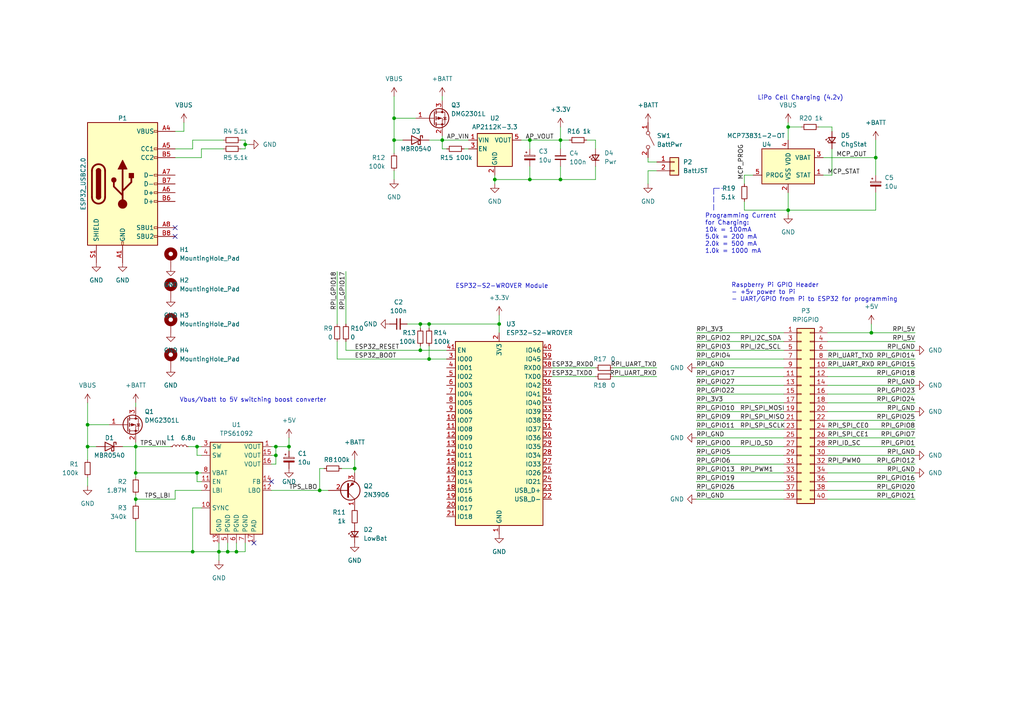
<source format=kicad_sch>
(kicad_sch (version 20211123) (generator eeschema)
  (paper "A4")
  (title_block (title "r00tkit version 3.0") (date "2023-03-19") (rev "3.0"))
  (lib_symbols
    (symbol "Battery_Management:MCP73831-2-OT" (pin_names (offset 1.016))
      (property "Reference" "U" (at -7.62 6.35 0))
      (property "Value" "MCP73831-2-OT" (at 1.27 6.35 0))
      (symbol "MCP73831-2-OT_1_1"
        (pin output line (at 10.16 -2.54 180) (length 2.54) (name "STAT") (number "1"))
        (pin power_in line (at 0 -7.62 90) (length 2.54) (name "VSS") (number "2"))
        (pin power_out line (at 10.16 2.54 180) (length 2.54) (name "VBAT") (number "3"))
        (pin power_in line (at 0 7.62 270) (length 2.54) (name "VDD") (number "4"))
        (pin input line (at -10.16 -2.54 0) (length 2.54) (name "PROG") (number "5"))
      )
    )
    (symbol "Connector:USB_C_Receptacle_USB2.0" (pin_names (offset 1.016))
      (property "Reference" "J" (at -10.16 19.05 0))
      (property "Value" "USB_C_Receptacle_USB2.0" (at 19.05 19.05 0))
      (symbol "USB_C_Receptacle_USB2.0_1_1"
        (pin passive line (at 0 -22.86 90) (length 5.08) (name "GND") (number "A1"))
        (pin passive line (at 0 -22.86 90) (length 5.08) hide (name "GND") (number "A12"))
        (pin passive line (at 15.24 15.24 180) (length 5.08) (name "VBUS") (number "A4"))
        (pin bidirectional line (at 15.24 10.16 180) (length 5.08) (name "CC1") (number "A5"))
        (pin bidirectional line (at 15.24 -2.54 180) (length 5.08) (name "D+") (number "A6"))
        (pin bidirectional line (at 15.24 2.54 180) (length 5.08) (name "D-") (number "A7"))
        (pin bidirectional line (at 15.24 -12.7 180) (length 5.08) (name "SBU1") (number "A8"))
        (pin passive line (at 15.24 15.24 180) (length 5.08) hide (name "VBUS") (number "A9"))
        (pin passive line (at 0 -22.86 90) (length 5.08) hide (name "GND") (number "B1"))
        (pin passive line (at 0 -22.86 90) (length 5.08) hide (name "GND") (number "B12"))
        (pin passive line (at 15.24 15.24 180) (length 5.08) hide (name "VBUS") (number "B4"))
        (pin bidirectional line (at 15.24 7.62 180) (length 5.08) (name "CC2") (number "B5"))
        (pin bidirectional line (at 15.24 -5.08 180) (length 5.08) (name "D+") (number "B6"))
        (pin bidirectional line (at 15.24 0 180) (length 5.08) (name "D-") (number "B7"))
        (pin bidirectional line (at 15.24 -15.24 180) (length 5.08) (name "SBU2") (number "B8"))
        (pin passive line (at 15.24 15.24 180) (length 5.08) hide (name "VBUS") (number "B9"))
        (pin passive line (at -7.62 -22.86 90) (length 5.08) (name "SHIELD") (number "S1"))
      )
    )
    (symbol "Connector_Generic:Conn_01x02" (pin_names (offset 1.016) hide)
      (property "Reference" "J" (at 0 2.54 0))
      (property "Value" "Conn_01x02" (at 0 -5.08 0))
      (symbol "Conn_01x02_1_1"
        (pin passive line (at -5.08 0 0) (length 3.81) (name "Pin_1") (number "1"))
        (pin passive line (at -5.08 -2.54 0) (length 3.81) (name "Pin_2") (number "2"))
      )
    )
    (symbol "Connector_Generic:Conn_02x20_Odd_Even" (pin_names (offset 1.016) hide)
      (property "Reference" "J" (at 1.27 25.4 0))
      (property "Value" "Conn_02x20_Odd_Even" (at 1.27 -27.94 0))
      (symbol "Conn_02x20_Odd_Even_1_1"
        (pin passive line (at -5.08 22.86 0) (length 3.81) (name "Pin_1") (number "1"))
        (pin passive line (at 7.62 12.7 180) (length 3.81) (name "Pin_10") (number "10"))
        (pin passive line (at -5.08 10.16 0) (length 3.81) (name "Pin_11") (number "11"))
        (pin passive line (at 7.62 10.16 180) (length 3.81) (name "Pin_12") (number "12"))
        (pin passive line (at -5.08 7.62 0) (length 3.81) (name "Pin_13") (number "13"))
        (pin passive line (at 7.62 7.62 180) (length 3.81) (name "Pin_14") (number "14"))
        (pin passive line (at -5.08 5.08 0) (length 3.81) (name "Pin_15") (number "15"))
        (pin passive line (at 7.62 5.08 180) (length 3.81) (name "Pin_16") (number "16"))
        (pin passive line (at -5.08 2.54 0) (length 3.81) (name "Pin_17") (number "17"))
        (pin passive line (at 7.62 2.54 180) (length 3.81) (name "Pin_18") (number "18"))
        (pin passive line (at -5.08 0 0) (length 3.81) (name "Pin_19") (number "19"))
        (pin passive line (at 7.62 22.86 180) (length 3.81) (name "Pin_2") (number "2"))
        (pin passive line (at 7.62 0 180) (length 3.81) (name "Pin_20") (number "20"))
        (pin passive line (at -5.08 -2.54 0) (length 3.81) (name "Pin_21") (number "21"))
        (pin passive line (at 7.62 -2.54 180) (length 3.81) (name "Pin_22") (number "22"))
        (pin passive line (at -5.08 -5.08 0) (length 3.81) (name "Pin_23") (number "23"))
        (pin passive line (at 7.62 -5.08 180) (length 3.81) (name "Pin_24") (number "24"))
        (pin passive line (at -5.08 -7.62 0) (length 3.81) (name "Pin_25") (number "25"))
        (pin passive line (at 7.62 -7.62 180) (length 3.81) (name "Pin_26") (number "26"))
        (pin passive line (at -5.08 -10.16 0) (length 3.81) (name "Pin_27") (number "27"))
        (pin passive line (at 7.62 -10.16 180) (length 3.81) (name "Pin_28") (number "28"))
        (pin passive line (at -5.08 -12.7 0) (length 3.81) (name "Pin_29") (number "29"))
        (pin passive line (at -5.08 20.32 0) (length 3.81) (name "Pin_3") (number "3"))
        (pin passive line (at 7.62 -12.7 180) (length 3.81) (name "Pin_30") (number "30"))
        (pin passive line (at -5.08 -15.24 0) (length 3.81) (name "Pin_31") (number "31"))
        (pin passive line (at 7.62 -15.24 180) (length 3.81) (name "Pin_32") (number "32"))
        (pin passive line (at -5.08 -17.78 0) (length 3.81) (name "Pin_33") (number "33"))
        (pin passive line (at 7.62 -17.78 180) (length 3.81) (name "Pin_34") (number "34"))
        (pin passive line (at -5.08 -20.32 0) (length 3.81) (name "Pin_35") (number "35"))
        (pin passive line (at 7.62 -20.32 180) (length 3.81) (name "Pin_36") (number "36"))
        (pin passive line (at -5.08 -22.86 0) (length 3.81) (name "Pin_37") (number "37"))
        (pin passive line (at 7.62 -22.86 180) (length 3.81) (name "Pin_38") (number "38"))
        (pin passive line (at -5.08 -25.4 0) (length 3.81) (name "Pin_39") (number "39"))
        (pin passive line (at 7.62 20.32 180) (length 3.81) (name "Pin_4") (number "4"))
        (pin passive line (at 7.62 -25.4 180) (length 3.81) (name "Pin_40") (number "40"))
        (pin passive line (at -5.08 17.78 0) (length 3.81) (name "Pin_5") (number "5"))
        (pin passive line (at 7.62 17.78 180) (length 3.81) (name "Pin_6") (number "6"))
        (pin passive line (at -5.08 15.24 0) (length 3.81) (name "Pin_7") (number "7"))
        (pin passive line (at 7.62 15.24 180) (length 3.81) (name "Pin_8") (number "8"))
        (pin passive line (at -5.08 12.7 0) (length 3.81) (name "Pin_9") (number "9"))
      )
    )
    (symbol "Device:C_Polarized_Small" (pin_numbers hide) (pin_names (offset 0.254) hide)
      (property "Reference" "C" (at 0.254 1.778 0))
      (property "Value" "C_Polarized_Small" (at 0.254 -2.032 0))
      (symbol "C_Polarized_Small_1_1"
        (pin passive line (at 0 2.54 270) (length 1.8542) (name "~") (number "1"))
        (pin passive line (at 0 -2.54 90) (length 1.8542) (name "~") (number "2"))
      )
    )
    (symbol "Device:C_Small" (pin_numbers hide) (pin_names (offset 0.254) hide)
      (property "Reference" "C" (at 0.254 1.778 0))
      (property "Value" "C_Small" (at 0.254 -2.032 0))
      (symbol "C_Small_1_1"
        (pin passive line (at 0 2.54 270) (length 2.032) (name "~") (number "1"))
        (pin passive line (at 0 -2.54 90) (length 2.032) (name "~") (number "2"))
      )
    )
    (symbol "Device:LED_Small" (pin_numbers hide) (pin_names (offset 0.254) hide)
      (property "Reference" "D" (at -1.27 3.175 0))
      (property "Value" "LED_Small" (at -4.445 -2.54 0))
      (symbol "LED_Small_1_1"
        (pin passive line (at -2.54 0 0) (length 1.778) (name "K") (number "1"))
        (pin passive line (at 2.54 0 180) (length 1.778) (name "A") (number "2"))
      )
    )
    (symbol "Device:L_Small" (pin_numbers hide) (pin_names (offset 0.254) hide)
      (property "Reference" "L" (at 0.762 1.016 0))
      (property "Value" "L_Small" (at 0.762 -1.016 0))
      (symbol "L_Small_1_1"
        (pin passive line (at 0 2.54 270) (length 0.508) (name "~") (number "1"))
        (pin passive line (at 0 -2.54 90) (length 0.508) (name "~") (number "2"))
      )
    )
    (symbol "Device:Q_PNP_CBE" (pin_names (offset 0) hide)
      (property "Reference" "Q" (at 5.08 1.27 0))
      (property "Value" "Q_PNP_CBE" (at 5.08 -1.27 0))
      (symbol "Q_PNP_CBE_1_1"
        (pin passive line (at 2.54 5.08 270) (length 2.54) (name "C") (number "1"))
        (pin input line (at -5.08 0 0) (length 5.715) (name "B") (number "2"))
        (pin passive line (at 2.54 -5.08 90) (length 2.54) (name "E") (number "3"))
      )
    )
    (symbol "Device:R_Small" (pin_numbers hide) (pin_names (offset 0.254) hide)
      (property "Reference" "R" (at 0.762 0.508 0))
      (property "Value" "R_Small" (at 0.762 -1.016 0))
      (symbol "R_Small_1_1"
        (pin passive line (at 0 2.54 270) (length 0.762) (name "~") (number "1"))
        (pin passive line (at 0 -2.54 90) (length 0.762) (name "~") (number "2"))
      )
    )
    (symbol "Diode:MBR0540" (pin_numbers hide) (pin_names (offset 1.016) hide)
      (property "Reference" "D" (at 0 2.54 0))
      (property "Value" "MBR0540" (at 0 -2.54 0))
      (symbol "MBR0540_1_1"
        (pin passive line (at -3.81 0 0) (length 2.54) (name "K") (number "1"))
        (pin passive line (at 3.81 0 180) (length 2.54) (name "A") (number "2"))
      )
    )
    (symbol "GND_1" (power) (pin_names (offset 0))
      (property "Value" "GND_1" (at 0 -3.81 0))
      (symbol "GND_1_1_1"
        (pin power_in line (at 0 0 270) (length 0) hide (name "GND") (number "1"))
      )
    )
    (symbol "GND_2" (power) (pin_names (offset 0))
      (property "Value" "GND_2" (at 0 -3.81 0))
      (symbol "GND_2_1_1"
        (pin power_in line (at 0 0 270) (length 0) hide (name "GND") (number "1"))
      )
    )
    (symbol "GND_3" (power) (pin_names (offset 0))
      (property "Value" "GND_3" (at 0 -3.81 0))
      (symbol "GND_3_1_1"
        (pin power_in line (at 0 0 270) (length 0) hide (name "GND") (number "1"))
      )
    )
    (symbol "GND_4" (power) (pin_names (offset 0))
      (property "Value" "GND_4" (at 0 -3.81 0))
      (symbol "GND_4_1_1"
        (pin power_in line (at 0 0 270) (length 0) hide (name "GND") (number "1"))
      )
    )
    (symbol "Mechanical:MountingHole_Pad" (pin_numbers hide) (pin_names (offset 1.016) hide)
      (property "Reference" "H" (at 0 6.35 0))
      (property "Value" "MountingHole_Pad" (at 0 4.445 0))
      (symbol "MountingHole_Pad_1_1"
        (pin input line (at 0 -2.54 90) (length 2.54) (name "1") (number "1"))
      )
    )
    (symbol "RF_Module:ESP32-S2-WROVER"
      (property "Reference" "U" (at -12.7 29.21 0))
      (property "Value" "ESP32-S2-WROVER" (at 2.54 29.21 0))
      (symbol "ESP32-S2-WROVER_1_1"
        (pin power_in line (at 0 -27.94 90) (length 2.54) (name "GND") (number "1"))
        (pin bidirectional line (at -15.24 5.08 0) (length 2.54) (name "IO07") (number "10"))
        (pin bidirectional line (at -15.24 2.54 0) (length 2.54) (name "IO08") (number "11"))
        (pin bidirectional line (at -15.24 0 0) (length 2.54) (name "IO09") (number "12"))
        (pin bidirectional line (at -15.24 -2.54 0) (length 2.54) (name "IO10") (number "13"))
        (pin bidirectional line (at -15.24 -5.08 0) (length 2.54) (name "IO11") (number "14"))
        (pin bidirectional line (at -15.24 -7.62 0) (length 2.54) (name "IO12") (number "15"))
        (pin bidirectional line (at -15.24 -10.16 0) (length 2.54) (name "IO13") (number "16"))
        (pin bidirectional line (at -15.24 -12.7 0) (length 2.54) (name "IO14") (number "17"))
        (pin bidirectional line (at -15.24 -15.24 0) (length 2.54) (name "IO15") (number "18"))
        (pin bidirectional line (at -15.24 -17.78 0) (length 2.54) (name "IO16") (number "19"))
        (pin power_in line (at 0 30.48 270) (length 2.54) (name "3V3") (number "2"))
        (pin bidirectional line (at -15.24 -20.32 0) (length 2.54) (name "IO17") (number "20"))
        (pin bidirectional line (at -15.24 -22.86 0) (length 2.54) (name "IO18") (number "21"))
        (pin bidirectional line (at 15.24 -17.78 180) (length 2.54) (name "USB_D-") (number "22"))
        (pin bidirectional line (at 15.24 -15.24 180) (length 2.54) (name "USB_D+") (number "23"))
        (pin bidirectional line (at 15.24 -12.7 180) (length 2.54) (name "IO21") (number "24"))
        (pin bidirectional line (at 15.24 -10.16 180) (length 2.54) (name "IO26") (number "25"))
        (pin passive line (at 0 -27.94 90) (length 2.54) hide (name "GND") (number "26"))
        (pin bidirectional line (at 15.24 -7.62 180) (length 2.54) (name "IO33") (number "27"))
        (pin bidirectional line (at 15.24 -5.08 180) (length 2.54) (name "IO34") (number "28"))
        (pin bidirectional line (at 15.24 -2.54 180) (length 2.54) (name "IO35") (number "29"))
        (pin bidirectional line (at -15.24 22.86 0) (length 2.54) (name "IO00") (number "3"))
        (pin bidirectional line (at 15.24 0 180) (length 2.54) (name "IO36") (number "30"))
        (pin bidirectional line (at 15.24 2.54 180) (length 2.54) (name "IO37") (number "31"))
        (pin bidirectional line (at 15.24 5.08 180) (length 2.54) (name "IO38") (number "32"))
        (pin bidirectional line (at 15.24 7.62 180) (length 2.54) (name "IO39") (number "33"))
        (pin bidirectional line (at 15.24 10.16 180) (length 2.54) (name "IO40") (number "34"))
        (pin bidirectional line (at 15.24 12.7 180) (length 2.54) (name "IO41") (number "35"))
        (pin bidirectional line (at 15.24 15.24 180) (length 2.54) (name "IO42") (number "36"))
        (pin bidirectional line (at 15.24 17.78 180) (length 2.54) (name "TXD0") (number "37"))
        (pin bidirectional line (at 15.24 20.32 180) (length 2.54) (name "RXD0") (number "38"))
        (pin bidirectional line (at 15.24 22.86 180) (length 2.54) (name "IO45") (number "39"))
        (pin bidirectional line (at -15.24 20.32 0) (length 2.54) (name "IO01") (number "4"))
        (pin input line (at 15.24 25.4 180) (length 2.54) (name "IO46") (number "40"))
        (pin input line (at -15.24 25.4 0) (length 2.54) (name "EN") (number "41"))
        (pin passive line (at 0 -27.94 90) (length 2.54) hide (name "GND") (number "42"))
        (pin passive line (at 0 -27.94 90) (length 2.54) hide (name "GND") (number "43"))
        (pin bidirectional line (at -15.24 17.78 0) (length 2.54) (name "IO02") (number "5"))
        (pin bidirectional line (at -15.24 15.24 0) (length 2.54) (name "IO03") (number "6"))
        (pin bidirectional line (at -15.24 12.7 0) (length 2.54) (name "IO04") (number "7"))
        (pin bidirectional line (at -15.24 10.16 0) (length 2.54) (name "IO05") (number "8"))
        (pin bidirectional line (at -15.24 7.62 0) (length 2.54) (name "IO06") (number "9"))
      )
    )
    (symbol "Regulator_Linear:AP2112K-3.3" (pin_names (offset 0.254))
      (property "Reference" "U" (at -5.08 5.715 0))
      (property "Value" "AP2112K-3.3" (at 0 5.715 0))
      (symbol "AP2112K-3.3_1_1"
        (pin power_in line (at -7.62 2.54 0) (length 2.54) (name "VIN") (number "1"))
        (pin power_in line (at 0 -7.62 90) (length 2.54) (name "GND") (number "2"))
        (pin input line (at -7.62 0 0) (length 2.54) (name "EN") (number "3"))
        (pin no_connect line (at 5.08 0 180) (length 2.54) hide (name "NC") (number "4"))
        (pin power_out line (at 7.62 2.54 180) (length 2.54) (name "VOUT") (number "5"))
      )
    )
    (symbol "Regulator_Switching:TPS61092"
      (property "Reference" "U" (at -7.62 15.24 0))
      (property "Value" "TPS61092" (at 1.27 15.24 0))
      (symbol "TPS61092_0_0"
        (pin power_out line (at 10.16 12.7 180) (length 2.54) (name "VOUT") (number "1"))
        (pin input line (at -10.16 -5.08 0) (length 2.54) (name "SYNC") (number "10"))
        (pin input line (at -10.16 2.54 0) (length 2.54) (name "EN") (number "11"))
        (pin open_collector line (at 10.16 0 180) (length 2.54) (name "LBO") (number "12"))
        (pin power_in line (at -5.08 -15.24 90) (length 2.54) (name "GND") (number "13"))
        (pin input line (at 10.16 2.54 180) (length 2.54) (name "FB") (number "14"))
        (pin passive line (at 10.16 10.16 180) (length 2.54) (name "VOUT") (number "15"))
        (pin passive line (at 10.16 7.62 180) (length 2.54) (name "VOUT") (number "16"))
        (pin power_in line (at 5.08 -15.24 90) (length 2.54) (name "PAD") (number "17"))
        (pin no_connect line (at 10.16 -5.08 180) (length 2.54) hide (name "NC") (number "2"))
        (pin passive line (at -10.16 12.7 0) (length 2.54) (name "SW") (number "3"))
        (pin passive line (at -10.16 10.16 0) (length 2.54) (name "SW") (number "4"))
        (pin power_in line (at -2.54 -15.24 90) (length 2.54) (name "PGND") (number "5"))
        (pin power_in line (at 0 -15.24 90) (length 2.54) (name "PGND") (number "6"))
        (pin power_in line (at 2.54 -15.24 90) (length 2.54) (name "PGND") (number "7"))
        (pin power_in line (at -10.16 5.08 0) (length 2.54) (name "VBAT") (number "8"))
        (pin input line (at -10.16 0 0) (length 2.54) (name "LBI") (number "9"))
      )
    )
    (symbol "Switch:SW_SPST" (pin_names (offset 0) hide)
      (property "Reference" "SW" (at 0 3.175 0))
      (property "Value" "SW_SPST" (at 0 -2.54 0))
      (symbol "SW_SPST_1_1"
        (pin passive line (at -5.08 0 0) (length 2.54) (name "A") (number "1"))
        (pin passive line (at 5.08 0 180) (length 2.54) (name "B") (number "2"))
      )
    )
    (symbol "Transistor_FET:DMG2301L" (pin_names hide)
      (property "Reference" "Q" (at 5.08 1.905 0))
      (property "Value" "DMG2301L" (at 5.08 0 0))
      (symbol "DMG2301L_1_1"
        (pin input line (at -5.08 0 0) (length 2.54) (name "G") (number "1"))
        (pin passive line (at 2.54 -5.08 90) (length 2.54) (name "S") (number "2"))
        (pin passive line (at 2.54 5.08 270) (length 2.54) (name "D") (number "3"))
      )
    )
    (symbol "power:+3.3V" (power) (pin_names (offset 0))
      (property "Value" "+3.3V" (at 0 3.556 0))
      (symbol "+3.3V_1_1"
        (pin power_in line (at 0 0 90) (length 0) hide (name "+3.3V") (number "1"))
      )
    )
    (symbol "power:+5V" (power) (pin_names (offset 0))
      (property "Value" "+5V" (at 0 3.556 0))
      (symbol "+5V_1_1"
        (pin power_in line (at 0 0 90) (length 0) hide (name "+5V") (number "1"))
      )
    )
    (symbol "power:+BATT" (power) (pin_names (offset 0))
      (property "Value" "+BATT" (at 0 3.556 0))
      (symbol "+BATT_1_1"
        (pin power_in line (at 0 0 90) (length 0) hide (name "+BATT") (number "1"))
      )
    )
    (symbol "power:GND" (power) (pin_names (offset 0))
      (property "Value" "GND" (at 0 -3.81 0))
      (symbol "GND_1_1"
        (pin power_in line (at 0 0 270) (length 0) hide (name "GND") (number "1"))
      )
    )
    (symbol "power:VBUS" (power) (pin_names (offset 0))
      (property "Value" "VBUS" (at 0 3.81 0))
      (symbol "VBUS_1_1"
        (pin power_in line (at 0 0 90) (length 0) hide (name "VBUS") (number "1"))
      )
    )
  )
  (junction (at 114.3 40.64))
  (junction (at 254 45.72))
  (junction (at 144.78 93.98))
  (junction (at 80.01 129.54))
  (junction (at 68.58 160.02))
  (junction (at 39.37 137.16))
  (junction (at 71.12 41.91))
  (junction (at 39.37 144.78))
  (junction (at 63.5 160.02))
  (junction (at 102.87 135.89))
  (junction (at 57.15 137.16))
  (junction (at 128.27 40.64))
  (junction (at 162.56 40.64))
  (junction (at 228.6 60.96))
  (junction (at 25.4 129.54))
  (junction (at 153.67 52.07))
  (junction (at 121.92 101.6))
  (junction (at 57.15 129.54))
  (junction (at 66.04 160.02))
  (junction (at 83.82 129.54))
  (junction (at 162.56 52.07))
  (junction (at 114.3 34.29))
  (junction (at 124.46 104.14))
  (junction (at 39.37 129.54))
  (junction (at 252.73 96.52))
  (junction (at 92.71 142.24))
  (junction (at 153.67 40.64))
  (junction (at 124.46 93.98))
  (junction (at 143.51 52.07))
  (junction (at 25.4 123.19))
  (junction (at 55.88 160.02))
  (junction (at 121.92 93.98))
  (junction (at 228.6 36.83))
  (junction (at 80.01 132.08))
  (no_connect (at 50.8 68.58))
  (no_connect (at 50.8 66.04))
  (no_connect (at 73.66 157.48))
  (no_connect (at 78.74 139.7))
  (wire (pts (xy 58.42 132.08) (xy 57.15 132.08)))
  (wire (pts (xy 201.93 109.22) (xy 227.33 109.22)))
  (wire (pts (xy 55.88 147.32) (xy 58.42 147.32)))
  (wire (pts (xy 63.5 160.02) (xy 55.88 160.02)))
  (wire (pts (xy 25.4 123.19) (xy 25.4 129.54)))
  (wire (pts (xy 57.15 139.7) (xy 57.15 137.16)))
  (wire (pts (xy 201.93 121.92) (xy 227.33 121.92)))
  (wire (pts (xy 128.27 39.37) (xy 128.27 40.64)))
  (wire (pts (xy 55.88 160.02) (xy 55.88 147.32)))
  (wire (pts (xy 240.03 137.16) (xy 265.43 137.16)))
  (wire (pts (xy 114.3 49.53) (xy 114.3 52.07)))
  (wire (pts (xy 114.3 40.64) (xy 114.3 44.45)))
  (wire (pts (xy 160.02 109.22) (xy 172.72 109.22)))
  (wire (pts (xy 172.72 40.64) (xy 172.72 43.18)))
  (wire (pts (xy 240.03 99.06) (xy 265.43 99.06)))
  (wire (pts (xy 254 60.96) (xy 228.6 60.96)))
  (wire (pts (xy 124.46 100.33) (xy 124.46 104.14)))
  (wire (pts (xy 201.93 139.7) (xy 227.33 139.7)))
  (wire (pts (xy 201.93 142.24) (xy 227.33 142.24)))
  (wire (pts (xy 162.56 48.26) (xy 162.56 52.07)))
  (wire (pts (xy 55.88 40.64) (xy 55.88 43.18)))
  (wire (pts (xy 240.03 116.84) (xy 265.43 116.84)))
  (wire (pts (xy 201.93 119.38) (xy 227.33 119.38)))
  (wire (pts (xy 128.27 40.64) (xy 124.46 40.64)))
  (wire (pts (xy 201.93 96.52) (xy 227.33 96.52)))
  (wire (pts (xy 121.92 93.98) (xy 124.46 93.98)))
  (wire (pts (xy 162.56 36.83) (xy 162.56 40.64)))
  (wire (pts (xy 39.37 116.84) (xy 39.37 118.11)))
  (wire (pts (xy 144.78 91.44) (xy 144.78 93.98)))
  (wire (pts (xy 240.03 101.6) (xy 265.43 101.6)))
  (wire (pts (xy 25.4 138.43) (xy 25.4 140.97)))
  (wire (pts (xy 39.37 144.78) (xy 39.37 143.51)))
  (wire (pts (xy 78.74 142.24) (xy 92.71 142.24)))
  (wire (pts (xy 66.04 160.02) (xy 63.5 160.02)))
  (wire (pts (xy 71.12 157.48) (xy 71.12 160.02)))
  (wire (pts (xy 153.67 48.26) (xy 153.67 52.07)))
  (wire (pts (xy 71.12 40.64) (xy 71.12 41.91)))
  (wire (pts (xy 25.4 129.54) (xy 25.4 133.35)))
  (wire (pts (xy 39.37 128.27) (xy 39.37 129.54)))
  (wire (pts (xy 124.46 93.98) (xy 144.78 93.98)))
  (wire (pts (xy 144.78 93.98) (xy 144.78 96.52)))
  (wire (pts (xy 71.12 41.91) (xy 72.39 41.91)))
  (wire (pts (xy 53.34 38.1) (xy 53.34 35.56)))
  (wire (pts (xy 57.15 129.54) (xy 58.42 129.54)))
  (wire (pts (xy 54.61 129.54) (xy 57.15 129.54)))
  (wire (pts (xy 124.46 93.98) (xy 124.46 95.25)))
  (wire (pts (xy 240.03 106.68) (xy 265.43 106.68)))
  (wire (pts (xy 50.8 38.1) (xy 53.34 38.1)))
  (wire (pts (xy 240.03 144.78) (xy 265.43 144.78)))
  (wire (pts (xy 121.92 100.33) (xy 121.92 101.6)))
  (wire (pts (xy 201.93 127) (xy 227.33 127)))
  (wire (pts (xy 215.9 58.42) (xy 215.9 60.96)))
  (wire (pts (xy 100.33 78.74) (xy 100.33 93.98)))
  (polyline (pts (xy 207.01 54.61) (xy 209.55 54.61)))
  (wire (pts (xy 68.58 157.48) (xy 68.58 160.02)))
  (wire (pts (xy 201.93 132.08) (xy 227.33 132.08)))
  (wire (pts (xy 97.79 104.14) (xy 97.79 99.06)))
  (wire (pts (xy 97.79 78.74) (xy 97.79 93.98)))
  (wire (pts (xy 114.3 34.29) (xy 120.65 34.29)))
  (wire (pts (xy 177.8 106.68) (xy 190.5 106.68)))
  (wire (pts (xy 252.73 93.98) (xy 252.73 96.52)))
  (wire (pts (xy 201.93 137.16) (xy 227.33 137.16)))
  (wire (pts (xy 240.03 109.22) (xy 265.43 109.22)))
  (wire (pts (xy 240.03 124.46) (xy 265.43 124.46)))
  (wire (pts (xy 25.4 129.54) (xy 27.94 129.54)))
  (wire (pts (xy 121.92 101.6) (xy 129.54 101.6)))
  (wire (pts (xy 100.33 99.06) (xy 100.33 101.6)))
  (wire (pts (xy 153.67 40.64) (xy 153.67 43.18)))
  (wire (pts (xy 162.56 40.64) (xy 165.1 40.64)))
  (wire (pts (xy 25.4 123.19) (xy 31.75 123.19)))
  (wire (pts (xy 215.9 50.8) (xy 215.9 53.34)))
  (wire (pts (xy 66.04 157.48) (xy 66.04 160.02)))
  (wire (pts (xy 201.93 124.46) (xy 227.33 124.46)))
  (wire (pts (xy 241.3 36.83) (xy 241.3 38.1)))
  (wire (pts (xy 50.8 142.24) (xy 50.8 144.78)))
  (wire (pts (xy 100.33 101.6) (xy 121.92 101.6)))
  (wire (pts (xy 240.03 127) (xy 265.43 127)))
  (wire (pts (xy 241.3 43.18) (xy 241.3 50.8)))
  (wire (pts (xy 69.85 43.18) (xy 71.12 43.18)))
  (wire (pts (xy 114.3 34.29) (xy 114.3 40.64)))
  (wire (pts (xy 254 55.88) (xy 254 60.96)))
  (wire (pts (xy 254 40.64) (xy 254 45.72)))
  (wire (pts (xy 58.42 139.7) (xy 57.15 139.7)))
  (wire (pts (xy 218.44 50.8) (xy 215.9 50.8)))
  (wire (pts (xy 134.62 43.18) (xy 135.89 43.18)))
  (wire (pts (xy 71.12 160.02) (xy 68.58 160.02)))
  (wire (pts (xy 201.93 111.76) (xy 227.33 111.76)))
  (wire (pts (xy 78.74 132.08) (xy 80.01 132.08)))
  (wire (pts (xy 240.03 119.38) (xy 265.43 119.38)))
  (wire (pts (xy 71.12 43.18) (xy 71.12 41.91)))
  (wire (pts (xy 240.03 139.7) (xy 265.43 139.7)))
  (wire (pts (xy 162.56 52.07) (xy 153.67 52.07)))
  (wire (pts (xy 201.93 116.84) (xy 227.33 116.84)))
  (wire (pts (xy 160.02 106.68) (xy 172.72 106.68)))
  (wire (pts (xy 114.3 27.94) (xy 114.3 34.29)))
  (wire (pts (xy 240.03 132.08) (xy 265.43 132.08)))
  (wire (pts (xy 177.8 109.22) (xy 190.5 109.22)))
  (wire (pts (xy 114.3 40.64) (xy 116.84 40.64)))
  (wire (pts (xy 240.03 111.76) (xy 265.43 111.76)))
  (wire (pts (xy 58.42 142.24) (xy 50.8 142.24)))
  (wire (pts (xy 201.93 99.06) (xy 227.33 99.06)))
  (wire (pts (xy 201.93 129.54) (xy 227.33 129.54)))
  (wire (pts (xy 187.96 45.72) (xy 187.96 46.99)))
  (wire (pts (xy 228.6 36.83) (xy 232.41 36.83)))
  (wire (pts (xy 57.15 137.16) (xy 39.37 137.16)))
  (wire (pts (xy 128.27 40.64) (xy 135.89 40.64)))
  (wire (pts (xy 240.03 121.92) (xy 265.43 121.92)))
  (wire (pts (xy 58.42 45.72) (xy 58.42 43.18)))
  (wire (pts (xy 55.88 43.18) (xy 50.8 43.18)))
  (wire (pts (xy 241.3 50.8) (xy 238.76 50.8)))
  (wire (pts (xy 25.4 116.84) (xy 25.4 123.19)))
  (wire (pts (xy 254 45.72) (xy 254 50.8)))
  (wire (pts (xy 93.98 135.89) (xy 92.71 135.89)))
  (wire (pts (xy 228.6 35.56) (xy 228.6 36.83)))
  (wire (pts (xy 80.01 132.08) (xy 80.01 129.54)))
  (wire (pts (xy 83.82 127) (xy 83.82 129.54)))
  (wire (pts (xy 63.5 160.02) (xy 63.5 162.56)))
  (wire (pts (xy 128.27 43.18) (xy 128.27 40.64)))
  (wire (pts (xy 124.46 104.14) (xy 129.54 104.14)))
  (wire (pts (xy 92.71 142.24) (xy 95.25 142.24)))
  (wire (pts (xy 63.5 157.48) (xy 63.5 160.02)))
  (wire (pts (xy 78.74 129.54) (xy 80.01 129.54)))
  (wire (pts (xy 97.79 104.14) (xy 124.46 104.14)))
  (wire (pts (xy 80.01 129.54) (xy 83.82 129.54)))
  (wire (pts (xy 57.15 132.08) (xy 57.15 129.54)))
  (wire (pts (xy 92.71 135.89) (xy 92.71 142.24)))
  (wire (pts (xy 102.87 133.35) (xy 102.87 135.89)))
  (wire (pts (xy 228.6 55.88) (xy 228.6 60.96)))
  (wire (pts (xy 240.03 104.14) (xy 265.43 104.14)))
  (wire (pts (xy 39.37 137.16) (xy 39.37 138.43)))
  (wire (pts (xy 238.76 45.72) (xy 254 45.72)))
  (wire (pts (xy 190.5 46.99) (xy 187.96 46.99)))
  (wire (pts (xy 162.56 40.64) (xy 162.56 43.18)))
  (wire (pts (xy 151.13 40.64) (xy 153.67 40.64)))
  (wire (pts (xy 240.03 134.62) (xy 265.43 134.62)))
  (wire (pts (xy 228.6 36.83) (xy 228.6 40.64)))
  (polyline (pts (xy 207.01 60.96) (xy 207.01 54.61)))
  (wire (pts (xy 153.67 52.07) (xy 143.51 52.07)))
  (wire (pts (xy 172.72 48.26) (xy 172.72 52.07)))
  (wire (pts (xy 64.77 40.64) (xy 55.88 40.64)))
  (wire (pts (xy 99.06 135.89) (xy 102.87 135.89)))
  (wire (pts (xy 215.9 60.96) (xy 228.6 60.96)))
  (wire (pts (xy 201.93 104.14) (xy 227.33 104.14)))
  (wire (pts (xy 240.03 142.24) (xy 265.43 142.24)))
  (wire (pts (xy 172.72 52.07) (xy 162.56 52.07)))
  (wire (pts (xy 78.74 134.62) (xy 80.01 134.62)))
  (wire (pts (xy 201.93 144.78) (xy 227.33 144.78)))
  (wire (pts (xy 190.5 49.53) (xy 187.96 49.53)))
  (wire (pts (xy 102.87 135.89) (xy 102.87 137.16)))
  (wire (pts (xy 83.82 129.54) (xy 83.82 130.81)))
  (wire (pts (xy 240.03 129.54) (xy 265.43 129.54)))
  (wire (pts (xy 39.37 144.78) (xy 39.37 146.05)))
  (wire (pts (xy 80.01 134.62) (xy 80.01 132.08)))
  (wire (pts (xy 69.85 40.64) (xy 71.12 40.64)))
  (wire (pts (xy 50.8 45.72) (xy 58.42 45.72)))
  (wire (pts (xy 153.67 40.64) (xy 162.56 40.64)))
  (wire (pts (xy 58.42 137.16) (xy 57.15 137.16)))
  (wire (pts (xy 252.73 96.52) (xy 265.43 96.52)))
  (wire (pts (xy 39.37 151.13) (xy 39.37 160.02)))
  (wire (pts (xy 201.9462 106.68) (xy 227.33 106.68)))
  (wire (pts (xy 201.93 134.62) (xy 227.33 134.62)))
  (wire (pts (xy 39.37 137.16) (xy 39.37 129.54)))
  (wire (pts (xy 143.51 52.07) (xy 143.51 53.34)))
  (wire (pts (xy 170.18 40.64) (xy 172.72 40.64)))
  (wire (pts (xy 50.8 144.78) (xy 39.37 144.78)))
  (wire (pts (xy 187.96 49.53) (xy 187.96 53.34)))
  (wire (pts (xy 143.51 52.07) (xy 143.51 50.8)))
  (wire (pts (xy 237.49 36.83) (xy 241.3 36.83)))
  (wire (pts (xy 228.6 60.96) (xy 228.6 62.23)))
  (wire (pts (xy 39.37 160.02) (xy 55.88 160.02)))
  (wire (pts (xy 39.37 129.54) (xy 35.56 129.54)))
  (wire (pts (xy 201.93 101.6) (xy 227.33 101.6)))
  (wire (pts (xy 240.03 96.52) (xy 252.73 96.52)))
  (wire (pts (xy 240.03 114.3) (xy 265.43 114.3)))
  (wire (pts (xy 58.42 43.18) (xy 64.77 43.18)))
  (wire (pts (xy 118.11 93.98) (xy 121.92 93.98)))
  (wire (pts (xy 68.58 160.02) (xy 66.04 160.02)))
  (wire (pts (xy 128.27 27.94) (xy 128.27 29.21)))
  (wire (pts (xy 121.92 93.98) (xy 121.92 95.25)))
  (wire (pts (xy 39.37 129.54) (xy 49.53 129.54)))
  (wire (pts (xy 129.54 43.18) (xy 128.27 43.18)))
  (wire (pts (xy 201.93 114.3) (xy 227.33 114.3)))
  (text "ESP32-S2-WROVER Module\n" (at 132.08 83.82 0) (effects (font (size 1.27 1.27)) (justify left bottom)))
  (text "LiPo Cell Charging (4.2v)" (at 219.71 29.21 0) (effects (font (size 1.27 1.27)) (justify left bottom)))
  (text "Programming Current \nfor Charging:\n10k = 100mA\n5.0k = 200 mA\n2.0k = 500 mA\n1.0k = 1000 mA" (at 204.47 73.66 0) (effects (font (size 1.27 1.27)) (justify left bottom)))
  (text "Raspberry Pi GPIO Header\n- +5v power to Pi\n- UART/GPIO from Pi to ESP32 for programming\n" (at 212.09 87.63 0) (effects (font (size 1.27 1.27)) (justify left bottom)))
  (text "Vbus/Vbatt to 5V switching boost converter" (at 52.07 116.84 0) (effects (font (size 1.27 1.27)) (justify left bottom)))
  (label "RPI_GPIO18" (at 265.43 109.22 180))
  (label "RPI_I2C_SCL" (at 214.63 101.6 0))
  (label "TPS_LBI" (at 41.91 144.78 0))
  (label "RPI_5V" (at 265.43 96.52 180))
  (label "RPI_UART_RXD" (at 190.5 109.22 180))
  (label "ESP32_TXD0" (at 160.02 109.22 0))
  (label "RPI_SPI_MISO" (at 214.63 121.92 0))
  (label "RPI_GPIO9" (at 201.93 121.92 0))
  (label "RPI_GPIO19" (at 201.93 139.7 0))
  (label "ESP32_RESET" (at 102.87 101.6 0))
  (label "RPI_GPIO4" (at 201.93 104.14 0))
  (label "RPI_GPIO27" (at 201.93 111.76 0))
  (label "RPI_GPIO26" (at 201.93 142.24 0))
  (label "RPI_GND" (at 265.43 101.6 180))
  (label "RPI_GND" (at 265.43 132.08 180))
  (label "RPI_GPIO16" (at 265.43 139.7 180))
  (label "RPI_GPIO1" (at 265.43 129.54 180))
  (label "RPI_PWM0" (at 240.03 134.62 0))
  (label "RPI_GPIO2" (at 201.93 99.06 0))
  (label "RPI_GND" (at 265.43 111.76 180))
  (label "RPI_GPIO22" (at 201.93 114.3 0))
  (label "RPI_GND" (at 265.43 137.16 180))
  (label "RPI_GPIO12" (at 265.43 134.62 180))
  (label "RPI_SPI_SCLK" (at 214.63 124.46 0))
  (label "MCP_STAT" (at 240.03 50.8 0))
  (label "RPI_GPIO14" (at 265.43 104.14 180))
  (label "RPI_ID_SD" (at 214.63 129.54 0))
  (label "MCP_OUT" (at 242.57 45.72 0))
  (label "RPI_SPI_CE1" (at 240.03 127 0))
  (label "RPI_UART_TXD" (at 240.03 104.14 0))
  (label "RPI_GPIO24" (at 265.43 116.84 180))
  (label "RPI_UART_RXD" (at 240.03 106.68 0))
  (label "RPI_GPIO15" (at 265.43 106.68 180))
  (label "RPI_GPIO0" (at 201.93 129.54 0))
  (label "RPI_GPIO11" (at 201.93 124.46 0))
  (label "RPI_ID_SC" (at 240.03 129.54 0))
  (label "RPI_GPIO10" (at 201.93 119.38 0))
  (label "ESP32_BOOT" (at 102.87 104.14 0))
  (label "RPI_GPIO17" (at 100.33 78.74 270))
  (label "RPI_GPIO21" (at 265.43 144.78 180))
  (label "RPI_UART_TXD" (at 190.5 106.68 180))
  (label "RPI_GPIO5" (at 201.93 132.08 0))
  (label "RPI_GPIO3" (at 201.93 101.6 0))
  (label "RPI_GPIO8" (at 265.43 124.46 180))
  (label "RPI_SPI_CE0" (at 240.03 124.46 0))
  (label "RPI_GPIO13" (at 201.93 137.16 0))
  (label "RPI_3V3" (at 201.93 116.84 0))
  (label "MCP_PROG" (at 215.9 52.07 90))
  (label "RPI_GPIO18" (at 97.79 78.74 270))
  (label "RPI_I2C_SDA" (at 214.63 99.06 0))
  (label "RPI_GPIO6" (at 201.93 134.62 0))
  (label "RPI_PWM1" (at 214.63 137.16 0))
  (label "RPI_GND" (at 201.93 106.68 0))
  (label "RPI_5V" (at 265.43 99.06 180))
  (label "RPI_GPIO7" (at 265.43 127 180))
  (label "RPI_GND" (at 201.93 127 0))
  (label "RPI_GPIO20" (at 265.43 142.24 180))
  (label "TPS_LBO" (at 83.82 142.24 0))
  (label "RPI_GND" (at 265.43 119.38 180))
  (label "RPI_SPI_MOSI" (at 214.63 119.38 0))
  (label "RPI_GND" (at 201.93 144.78 0))
  (label "RPI_GPIO25" (at 265.43 121.92 180))
  (label "AP_VOUT" (at 152.4 40.64 0))
  (label "ESP32_RXD0" (at 160.02 106.68 0))
  (label "RPI_GPIO17" (at 201.93 109.22 0))
  (label "TPS_VIN" (at 40.64 129.54 0))
  (label "RPI_3V3" (at 201.93 96.52 0))
  (label "AP_VIN" (at 129.54 40.64 0))
  (label "RPI_GPIO23" (at 265.43 114.3 180))
  (symbol (lib_id "Device:Q_PNP_CBE") (at 100.33 142.24 0) (mirror x) (unit 1)
    (property "Reference" "Q2" (at 105.41 140.9699 0) (effects (justify left)))
    (property "Value" "2N3906" (at 105.41 143.5099 0) (effects (justify left)))
    (property "Footprint" "Package_TO_SOT_SMD:SOT-23" (effects hide))
  )
  (symbol (lib_id "power:GND") (at 228.6 62.23 0) (unit 1)
    (property "Reference" "#PWR027" (effects hide))
    (property "Value" "GND" (at 228.6 67.31 0))
  )
  (symbol (lib_id "Device:R_Small") (at 97.79 96.52 0) (mirror x) (unit 1)
    (property "Reference" "R9" (at 96.52 95.25 0) (effects (justify right)))
    (property "Value" "0" (at 96.52 97.79 0) (effects (justify right)))
    (property "Footprint" "Resistor_SMD:R_1206_3216Metric_Pad1.30x1.75mm_HandSolder" (effects hide))
  )
  (symbol (lib_name "GND_2") (lib_id "power:GND") (at 49.53 86.36 0) (unit 1)
    (property "Reference" "#PWR?" (effects hide))
    (property "Value" "GND" (at 49.53 91.44 0))
  )
  (symbol (lib_id "Device:R_Small") (at 175.26 109.22 90) (unit 1)
    (property "Reference" "R18" (at 173.99 111.76 90))
    (property "Value" "0" (at 177.8 111.76 90))
    (property "Footprint" "Resistor_SMD:R_1206_3216Metric_Pad1.30x1.75mm_HandSolder" (effects hide))
  )
  (symbol (lib_id "Device:C_Small") (at 115.57 93.98 90) (unit 1)
    (property "Reference" "C2" (at 115.5763 87.63 90))
    (property "Value" "100n" (at 115.5763 90.17 90))
    (property "Footprint" "Capacitor_SMD:C_1206_3216Metric_Pad1.33x1.80mm_HandSolder" (effects hide))
  )
  (symbol (lib_id "Device:R_Small") (at 102.87 149.86 0) (mirror x) (unit 1)
    (property "Reference" "R11" (at 100.33 148.5899 0) (effects (justify right)))
    (property "Value" "1k" (at 100.33 151.13 0) (effects (justify right)))
    (property "Footprint" "Resistor_SMD:R_1206_3216Metric_Pad1.30x1.75mm_HandSolder" (effects hide))
  )
  (symbol (lib_id "Device:R_Small") (at 39.37 148.59 0) (mirror x) (unit 1)
    (property "Reference" "R3" (at 36.83 147.3199 0) (effects (justify right)))
    (property "Value" "340k" (at 36.83 149.8599 0) (effects (justify right)))
    (property "Footprint" "Resistor_SMD:R_1206_3216Metric_Pad1.30x1.75mm_HandSolder" (effects hide))
  )
  (symbol (lib_id "power:GND") (at 102.87 157.48 0) (unit 1)
    (property "Reference" "#PWR012" (effects hide))
    (property "Value" "GND" (at 102.87 162.56 0))
  )
  (symbol (lib_id "power:GND") (at 63.5 162.56 0) (unit 1)
    (property "Reference" "#PWR07" (effects hide))
    (property "Value" "GND" (at 63.5 167.64 0))
  )
  (symbol (lib_id "Device:R_Small") (at 96.52 135.89 90) (mirror x) (unit 1)
    (property "Reference" "R8" (at 95.25 133.35 90))
    (property "Value" "100k" (at 99.06 133.35 90))
    (property "Footprint" "Resistor_SMD:R_1206_3216Metric_Pad1.30x1.75mm_HandSolder" (effects hide))
  )
  (symbol (lib_id "power:GND") (at 113.03 93.98 270) (unit 1)
    (property "Reference" "#PWR013" (effects hide))
    (property "Value" "GND" (at 105.41 93.98 90) (effects (justify left)))
  )
  (symbol (lib_id "power:VBUS") (at 53.34 35.56 0) (unit 1)
    (property "Reference" "#PWR06" (effects hide))
    (property "Value" "VBUS" (at 53.34 30.48 0))
  )
  (symbol (lib_id "power:+5V") (at 252.73 93.98 0) (unit 1)
    (property "Reference" "#PWR028" (effects hide))
    (property "Value" "+5V" (at 252.73 88.9 0))
  )
  (symbol (lib_id "power:GND") (at 265.43 137.16 90) (unit 1)
    (property "Reference" "#PWR034" (effects hide))
    (property "Value" "GND" (at 269.24 137.1599 90) (effects (justify right)))
  )
  (symbol (lib_id "Mechanical:MountingHole_Pad") (at 49.53 104.14 0) (unit 1)
    (property "Reference" "H4" (at 52.07 101.5999 0) (effects (justify left)))
    (property "Value" "MountingHole_Pad" (at 52.07 104.1399 0) (effects (justify left)))
    (property "Footprint" "MountingHole:MountingHole_2.2mm_M2_DIN965_Pad" (effects hide))
  )
  (symbol (lib_id "power:GND") (at 187.96 53.34 0) (unit 1)
    (property "Reference" "#PWR022" (effects hide))
    (property "Value" "GND" (at 187.96 58.42 0))
  )
  (symbol (lib_id "power:+BATT") (at 39.37 116.84 0) (unit 1)
    (property "Reference" "#PWR05" (effects hide))
    (property "Value" "+BATT" (at 39.37 111.76 0))
  )
  (symbol (lib_id "Connector_Generic:Conn_01x02") (at 195.58 46.99 0) (unit 1)
    (property "Reference" "P2" (at 198.12 46.9899 0) (effects (justify left)))
    (property "Value" "BattJST" (at 198.12 49.5299 0) (effects (justify left)))
    (property "Footprint" "Connector_JST:JST_GH_BM02B-GHS-TBT_1x02-1MP_P1.25mm_Vertical" (effects hide))
  )
  (symbol (lib_id "power:+BATT") (at 187.96 35.56 0) (unit 1)
    (property "Reference" "#PWR021" (effects hide))
    (property "Value" "+BATT" (at 187.96 30.48 0))
  )
  (symbol (lib_id "power:GND") (at 114.3 52.07 0) (unit 1)
    (property "Reference" "#PWR015" (effects hide))
    (property "Value" "GND" (at 114.3 57.15 0))
  )
  (symbol (lib_id "Transistor_FET:DMG2301L") (at 125.73 34.29 0) (unit 1)
    (property "Reference" "Q3" (at 130.81 30.48 0) (effects (justify left)))
    (property "Value" "DMG2301L" (at 130.81 33.02 0) (effects (justify left)))
    (property "Footprint" "Package_TO_SOT_SMD:SOT-23" (effects hide))
    (property "Datasheet" "https://www.diodes.com/assets/Datasheets/DMG2301L.pdf" (effects hide))
  )
  (symbol (lib_id "Regulator_Linear:AP2112K-3.3") (at 143.51 43.18 0) (unit 1)
    (property "Reference" "U2" (at 143.51 34.29 0))
    (property "Value" "AP2112K-3.3" (at 143.51 36.83 0))
    (property "Footprint" "Package_TO_SOT_SMD:SOT-23-5" (effects hide))
    (property "Datasheet" "https://www.diodes.com/assets/Datasheets/AP2112.pdf" (effects hide))
  )
  (symbol (lib_id "power:GND") (at 143.51 53.34 0) (unit 1)
    (property "Reference" "#PWR017" (effects hide))
    (property "Value" "GND" (at 143.51 58.42 0))
  )
  (symbol (lib_id "Regulator_Switching:TPS61092") (at 68.58 142.24 0) (unit 1)
    (property "Reference" "U1" (at 68.58 123.19 0))
    (property "Value" "TPS61092" (at 68.58 125.73 0))
    (property "Footprint" "Package_DFN_QFN:Texas_S-PVQFN-N16_EP2.7x2.7mm_ThermalVias" (effects hide))
    (property "Datasheet" "http://www.ti.com/lit/ds/symlink/tps61090.pdf" (effects hide))
  )
  (symbol (lib_id "Connector:USB_C_Receptacle_USB2.0") (at 35.56 53.34 0) (unit 1)
    (property "Reference" "P1" (at 35.56 34.29 0))
    (property "Value" "ESP32_USBC2.0" (at 24.13 53.34 90))
    (property "Footprint" "Connector_USB:USB_C_Receptacle_Amphenol_12401548E4-2A" (effects hide))
    (property "Datasheet" "https://www.usb.org/sites/default/files/documents/usb_type-c.zip" (effects hide))
  )
  (symbol (lib_id "Device:R_Small") (at 25.4 135.89 0) (mirror x) (unit 1)
    (property "Reference" "R1" (at 22.86 134.6199 0) (effects (justify right)))
    (property "Value" "100k" (at 22.86 137.1599 0) (effects (justify right)))
    (property "Footprint" "Resistor_SMD:R_1206_3216Metric_Pad1.30x1.75mm_HandSolder" (effects hide))
  )
  (symbol (lib_id "power:+3.3V") (at 144.78 91.44 0) (unit 1)
    (property "Reference" "#PWR018" (effects hide))
    (property "Value" "+3.3V" (at 144.78 86.36 0))
  )
  (symbol (lib_id "power:VBUS") (at 25.4 116.84 0) (unit 1)
    (property "Reference" "#PWR01" (effects hide))
    (property "Value" "VBUS" (at 25.4 111.76 0))
  )
  (symbol (lib_id "Diode:MBR0540") (at 120.65 40.64 0) (mirror y) (unit 1)
    (property "Reference" "D3" (at 120.65 38.1 0))
    (property "Value" "MBR0540" (at 120.65 43.18 0))
    (property "Footprint" "Diode_SMD:D_SOD-123" (effects hide))
    (property "Datasheet" "http://www.mccsemi.com/up_pdf/MBR0520~MBR0580(SOD123).pdf" (effects hide))
  )
  (symbol (lib_id "power:GND") (at 35.56 76.2 0) (unit 1)
    (property "Reference" "#PWR04" (effects hide))
    (property "Value" "GND" (at 35.56 81.28 0))
  )
  (symbol (lib_id "power:GND") (at 201.93 144.78 270) (unit 1)
    (property "Reference" "#PWR025" (effects hide))
    (property "Value" "GND" (at 194.31 144.78 90) (effects (justify left)))
  )
  (symbol (lib_id "power:GND") (at 72.39 41.91 90) (unit 1)
    (property "Reference" "#PWR08" (effects hide))
    (property "Value" "GND" (at 76.2 41.9099 90) (effects (justify right)))
  )
  (symbol (lib_id "Transistor_FET:DMG2301L") (at 36.83 123.19 0) (unit 1)
    (property "Reference" "Q1" (at 41.91 119.38 0) (effects (justify left)))
    (property "Value" "DMG2301L" (at 41.91 121.92 0) (effects (justify left)))
    (property "Footprint" "Package_TO_SOT_SMD:SOT-23" (effects hide))
    (property "Datasheet" "https://www.diodes.com/assets/Datasheets/DMG2301L.pdf" (effects hide))
  )
  (symbol (lib_id "Device:R_Small") (at 100.33 96.52 180) (unit 1)
    (property "Reference" "R10" (at 101.6 95.25 0) (effects (justify right)))
    (property "Value" "0" (at 101.6 97.79 0) (effects (justify right)))
    (property "Footprint" "Resistor_SMD:R_1206_3216Metric_Pad1.30x1.75mm_HandSolder" (effects hide))
  )
  (symbol (lib_id "power:+3.3V") (at 162.56 36.83 0) (unit 1)
    (property "Reference" "#PWR020" (effects hide))
    (property "Value" "+3.3V" (at 162.56 31.75 0))
  )
  (symbol (lib_id "power:GND") (at 25.4 140.97 0) (unit 1)
    (property "Reference" "#PWR02" (effects hide))
    (property "Value" "GND" (at 25.4 146.05 0))
  )
  (symbol (lib_id "power:GND") (at 83.82 135.89 0) (unit 1)
    (property "Reference" "#PWR010" (effects hide))
    (property "Value" "GND" (at 83.82 139.7 0))
  )
  (symbol (lib_id "power:VBUS") (at 228.6 35.56 0) (unit 1)
    (property "Reference" "#PWR026" (effects hide))
    (property "Value" "VBUS" (at 228.6 30.48 0))
  )
  (symbol (lib_id "Device:R_Small") (at 121.92 97.79 0) (mirror x) (unit 1)
    (property "Reference" "R13" (at 120.65 96.52 0) (effects (justify right)))
    (property "Value" "100k" (at 120.65 99.06 0) (effects (justify right)))
    (property "Footprint" "Resistor_SMD:R_1206_3216Metric_Pad1.30x1.75mm_HandSolder" (effects hide))
  )
  (symbol (lib_id "RF_Module:ESP32-S2-WROVER") (at 144.78 127 0) (unit 1)
    (property "Reference" "U3" (at 146.7994 93.98 0) (effects (justify left)))
    (property "Value" "ESP32-S2-WROVER" (at 146.7994 96.52 0) (effects (justify left)))
    (property "Footprint" "RF_Module:ESP32-S2-WROVER" (effects hide))
    (property "Datasheet" "https://www.espressif.com/sites/default/files/documentation/esp32-s2-wroom_esp32-s2-wroom-i_datasheet_en.pdf" (effects hide))
  )
  (symbol (lib_name "GND_3") (lib_id "power:GND") (at 49.53 96.52 0) (unit 1)
    (property "Reference" "#PWR?" (effects hide))
    (property "Value" "GND" (at 49.53 101.6 0))
  )
  (symbol (lib_name "GND_4") (lib_id "power:GND") (at 49.53 106.68 0) (unit 1)
    (property "Reference" "#PWR?" (effects hide))
    (property "Value" "GND" (at 49.53 111.76 0))
  )
  (symbol (lib_id "Device:R_Small") (at 39.37 140.97 0) (mirror x) (unit 1)
    (property "Reference" "R2" (at 36.83 139.6999 0) (effects (justify right)))
    (property "Value" "1.87M" (at 36.83 142.24 0) (effects (justify right)))
    (property "Footprint" "Resistor_SMD:R_1206_3216Metric_Pad1.30x1.75mm_HandSolder" (effects hide))
  )
  (symbol (lib_id "Mechanical:MountingHole_Pad") (at 49.53 74.93 0) (unit 1)
    (property "Reference" "H1" (at 52.07 72.3899 0) (effects (justify left)))
    (property "Value" "MountingHole_Pad" (at 52.07 74.9299 0) (effects (justify left)))
    (property "Footprint" "MountingHole:MountingHole_2.2mm_M2_DIN965_Pad" (effects hide))
  )
  (symbol (lib_id "power:+BATT") (at 128.27 27.94 0) (unit 1)
    (property "Reference" "#PWR016" (effects hide))
    (property "Value" "+BATT" (at 128.27 22.86 0))
  )
  (symbol (lib_id "Device:LED_Small") (at 102.87 154.94 90) (unit 1)
    (property "Reference" "D2" (at 105.41 153.6064 90) (effects (justify right)))
    (property "Value" "LowBat" (at 105.41 156.1464 90) (effects (justify right)))
    (property "Footprint" "Diode_SMD:D_1206_3216Metric_Pad1.42x1.75mm_HandSolder" (effects hide))
  )
  (symbol (lib_id "Device:R_Small") (at 215.9 55.88 0) (mirror x) (unit 1)
    (property "Reference" "R19" (at 213.36 54.6099 0) (effects (justify right)))
    (property "Value" "5.1k" (at 213.36 57.1499 0) (effects (justify right)))
    (property "Footprint" "Resistor_SMD:R_1206_3216Metric_Pad1.30x1.75mm_HandSolder" (effects hide))
  )
  (symbol (lib_id "Mechanical:MountingHole_Pad") (at 49.53 83.82 0) (unit 1)
    (property "Reference" "H2" (at 52.07 81.2799 0) (effects (justify left)))
    (property "Value" "MountingHole_Pad" (at 52.07 83.8199 0) (effects (justify left)))
    (property "Footprint" "MountingHole:MountingHole_2.2mm_M2_DIN965_Pad" (effects hide))
  )
  (symbol (lib_id "Device:R_Small") (at 124.46 97.79 180) (unit 1)
    (property "Reference" "R14" (at 125.73 96.52 0) (effects (justify right)))
    (property "Value" "100k" (at 125.73 99.06 0) (effects (justify right)))
    (property "Footprint" "Resistor_SMD:R_1206_3216Metric_Pad1.30x1.75mm_HandSolder" (effects hide))
  )
  (symbol (lib_id "Connector_Generic:Conn_02x20_Odd_Even") (at 232.41 119.38 0) (unit 1)
    (property "Reference" "P3" (at 233.68 90.17 0))
    (property "Value" "RPiGPIO" (at 233.68 92.71 0))
    (property "Footprint" "Connector_JST:JST_PUD_B40B-PUDSS_2x20_P2.00mm_Vertical" (effects hide))
  )
  (symbol (lib_id "Device:C_Polarized_Small") (at 83.82 133.35 0) (unit 1)
    (property "Reference" "C1" (at 86.36 131.5338 0) (effects (justify left)))
    (property "Value" "10u" (at 86.36 134.0738 0) (effects (justify left)))
    (property "Footprint" "Capacitor_SMD:C_1206_3216Metric_Pad1.33x1.80mm_HandSolder" (effects hide))
  )
  (symbol (lib_id "power:+BATT") (at 254 40.64 0) (unit 1)
    (property "Reference" "#PWR029" (effects hide))
    (property "Value" "+BATT" (at 254 35.56 0))
  )
  (symbol (lib_id "power:GND") (at 265.43 119.38 90) (unit 1)
    (property "Reference" "#PWR032" (effects hide))
    (property "Value" "GND" (at 269.24 119.3799 90) (effects (justify right)))
  )
  (symbol (lib_id "Battery_Management:MCP73831-2-OT") (at 228.6 48.26 0) (unit 1)
    (property "Reference" "U4" (at 220.98 41.91 0) (effects (justify left)))
    (property "Value" "MCP73831-2-OT" (at 210.82 39.37 0) (effects (justify left)))
    (property "Footprint" "Package_TO_SOT_SMD:SOT-23-5" (effects hide))
    (property "Datasheet" "http://ww1.microchip.com/downloads/en/DeviceDoc/20001984g.pdf" (effects hide))
  )
  (symbol (lib_id "power:GND") (at 144.78 154.94 0) (unit 1)
    (property "Reference" "#PWR019" (effects hide))
    (property "Value" "GND" (at 144.78 160.02 0))
  )
  (symbol (lib_id "Device:LED_Small") (at 172.72 45.72 90) (unit 1)
    (property "Reference" "D4" (at 175.26 44.3864 90) (effects (justify right)))
    (property "Value" "Pwr" (at 175.26 46.9264 90) (effects (justify right)))
    (property "Footprint" "Diode_SMD:D_1206_3216Metric_Pad1.42x1.75mm_HandSolder" (effects hide))
  )
  (symbol (lib_id "power:GND") (at 265.43 101.6 90) (unit 1)
    (property "Reference" "#PWR030" (effects hide))
    (property "Value" "GND" (at 269.24 101.5999 90) (effects (justify right)))
  )
  (symbol (lib_id "Switch:SW_SPST") (at 187.96 40.64 270) (unit 1)
    (property "Reference" "SW1" (at 190.5 39.3699 90) (effects (justify left)))
    (property "Value" "BattPwr" (at 190.5 41.9099 90) (effects (justify left)))
    (property "Footprint" "Button_Switch_THT:SW_CuK_OS102011MA1QN1_SPDT_Angled" (effects hide))
  )
  (symbol (lib_id "power:GND") (at 265.43 132.08 90) (unit 1)
    (property "Reference" "#PWR033" (effects hide))
    (property "Value" "GND" (at 269.24 132.0799 90) (effects (justify right)))
  )
  (symbol (lib_name "GND_1") (lib_id "power:GND") (at 49.53 77.47 0) (unit 1)
    (property "Reference" "#PWR?" (effects hide))
    (property "Value" "GND" (at 49.53 82.55 0))
  )
  (symbol (lib_id "Device:R_Small") (at 132.08 43.18 90) (unit 1)
    (property "Reference" "R15" (at 129.54 45.72 90))
    (property "Value" "100k" (at 134.62 45.72 90))
    (property "Footprint" "Resistor_SMD:R_1206_3216Metric_Pad1.30x1.75mm_HandSolder" (effects hide))
  )
  (symbol (lib_id "power:+BATT") (at 102.87 133.35 0) (unit 1)
    (property "Reference" "#PWR011" (effects hide))
    (property "Value" "+BATT" (at 102.87 128.27 0))
  )
  (symbol (lib_id "Device:LED_Small") (at 241.3 40.64 90) (unit 1)
    (property "Reference" "D5" (at 243.84 39.3064 90) (effects (justify right)))
    (property "Value" "ChgStat" (at 243.84 41.8464 90) (effects (justify right)))
    (property "Footprint" "Diode_SMD:D_1206_3216Metric_Pad1.42x1.75mm_HandSolder" (effects hide))
  )
  (symbol (lib_id "Device:R_Small") (at 234.95 36.83 90) (mirror x) (unit 1)
    (property "Reference" "R20" (at 233.68 34.29 90))
    (property "Value" "1k" (at 237.49 34.29 90))
    (property "Footprint" "Resistor_SMD:R_1206_3216Metric_Pad1.30x1.75mm_HandSolder" (effects hide))
  )
  (symbol (lib_id "Device:C_Polarized_Small") (at 153.67 45.72 0) (unit 1)
    (property "Reference" "C3" (at 156.21 43.9038 0) (effects (justify left)))
    (property "Value" "10u" (at 156.21 46.4438 0) (effects (justify left)))
    (property "Footprint" "Capacitor_SMD:C_1206_3216Metric_Pad1.33x1.80mm_HandSolder" (effects hide))
  )
  (symbol (lib_id "Device:C_Polarized_Small") (at 254 53.34 0) (unit 1)
    (property "Reference" "C5" (at 256.54 51.5238 0) (effects (justify left)))
    (property "Value" "10u" (at 256.54 54.0638 0) (effects (justify left)))
    (property "Footprint" "Capacitor_SMD:C_1206_3216Metric_Pad1.33x1.80mm_HandSolder" (effects hide))
  )
  (symbol (lib_id "power:+5V") (at 83.82 127 0) (unit 1)
    (property "Reference" "#PWR09" (effects hide))
    (property "Value" "+5V" (at 83.82 121.92 0))
  )
  (symbol (lib_id "power:GND") (at 201.93 106.68 270) (unit 1)
    (property "Reference" "#PWR023" (effects hide))
    (property "Value" "GND" (at 194.31 106.68 90) (effects (justify left)))
  )
  (symbol (lib_id "Device:R_Small") (at 167.64 40.64 90) (mirror x) (unit 1)
    (property "Reference" "R16" (at 166.37 38.1 90))
    (property "Value" "1k" (at 170.18 38.1 90))
    (property "Footprint" "Resistor_SMD:R_1206_3216Metric_Pad1.30x1.75mm_HandSolder" (effects hide))
  )
  (symbol (lib_id "Device:R_Small") (at 114.3 46.99 0) (mirror x) (unit 1)
    (property "Reference" "R12" (at 111.76 45.7199 0) (effects (justify right)))
    (property "Value" "100k" (at 111.76 48.2599 0) (effects (justify right)))
    (property "Footprint" "Resistor_SMD:R_1206_3216Metric_Pad1.30x1.75mm_HandSolder" (effects hide))
  )
  (symbol (lib_id "Diode:MBR0540") (at 31.75 129.54 0) (mirror y) (unit 1)
    (property "Reference" "D1" (at 31.75 127 0))
    (property "Value" "MBR0540" (at 31.75 132.08 0))
    (property "Footprint" "Diode_SMD:D_SOD-123" (effects hide))
    (property "Datasheet" "http://www.mccsemi.com/up_pdf/MBR0520~MBR0580(SOD123).pdf" (effects hide))
  )
  (symbol (lib_id "power:GND") (at 201.93 127 270) (unit 1)
    (property "Reference" "#PWR024" (effects hide))
    (property "Value" "GND" (at 194.31 127 90) (effects (justify left)))
  )
  (symbol (lib_id "Device:R_Small") (at 175.26 106.68 90) (mirror x) (unit 1)
    (property "Reference" "R17" (at 173.99 104.14 90))
    (property "Value" "0" (at 177.8 104.14 90))
    (property "Footprint" "Resistor_SMD:R_1206_3216Metric_Pad1.30x1.75mm_HandSolder" (effects hide))
  )
  (symbol (lib_id "Device:R_Small") (at 67.31 40.64 90) (mirror x) (unit 1)
    (property "Reference" "R4" (at 66.04 38.1 90))
    (property "Value" "5.1k" (at 69.85 38.1 90))
    (property "Footprint" "Resistor_SMD:R_1206_3216Metric_Pad1.30x1.75mm_HandSolder" (effects hide))
  )
  (symbol (lib_id "Device:C_Small") (at 162.56 45.72 0) (unit 1)
    (property "Reference" "C4" (at 165.1 44.4562 0) (effects (justify left)))
    (property "Value" "100n" (at 165.1 46.9962 0) (effects (justify left)))
    (property "Footprint" "Capacitor_SMD:C_1206_3216Metric_Pad1.33x1.80mm_HandSolder" (effects hide))
  )
  (symbol (lib_id "power:GND") (at 27.94 76.2 0) (unit 1)
    (property "Reference" "#PWR03" (effects hide))
    (property "Value" "GND" (at 27.94 81.28 0))
  )
  (symbol (lib_id "Device:R_Small") (at 67.31 43.18 90) (unit 1)
    (property "Reference" "R5" (at 66.04 45.72 90))
    (property "Value" "5.1k" (at 69.85 45.72 90))
    (property "Footprint" "Resistor_SMD:R_1206_3216Metric_Pad1.30x1.75mm_HandSolder" (effects hide))
  )
  (symbol (lib_id "Mechanical:MountingHole_Pad") (at 49.53 93.98 0) (unit 1)
    (property "Reference" "H3" (at 52.07 91.4399 0) (effects (justify left)))
    (property "Value" "MountingHole_Pad" (at 52.07 93.9799 0) (effects (justify left)))
    (property "Footprint" "MountingHole:MountingHole_2.2mm_M2_DIN965_Pad" (effects hide))
  )
  (symbol (lib_id "power:VBUS") (at 114.3 27.94 0) (unit 1)
    (property "Reference" "#PWR014" (effects hide))
    (property "Value" "VBUS" (at 114.3 22.86 0))
  )
  (symbol (lib_id "power:GND") (at 265.43 111.76 90) (unit 1)
    (property "Reference" "#PWR031" (effects hide))
    (property "Value" "GND" (at 269.24 111.7599 90) (effects (justify right)))
  )
  (symbol (lib_id "Device:L_Small") (at 52.07 129.54 90) (unit 1)
    (property "Reference" "L1" (at 49.53 127 90))
    (property "Value" "6.8u" (at 54.61 127 90))
    (property "Footprint" "Inductor_SMD:L_2512_6332Metric_Pad1.52x3.35mm_HandSolder" (effects hide))
  )
)
</source>
